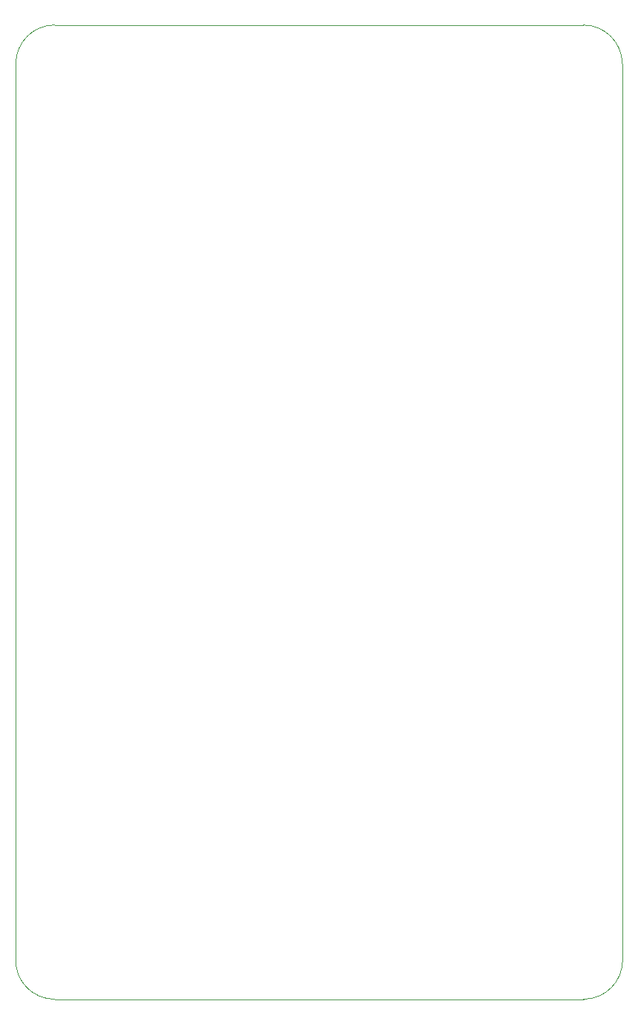
<source format=gbr>
%TF.GenerationSoftware,KiCad,Pcbnew,(6.0.4)*%
%TF.CreationDate,2022-05-16T19:34:58+01:00*%
%TF.ProjectId,Macropad v2,4d616372-6f70-4616-9420-76322e6b6963,rev?*%
%TF.SameCoordinates,Original*%
%TF.FileFunction,Profile,NP*%
%FSLAX46Y46*%
G04 Gerber Fmt 4.6, Leading zero omitted, Abs format (unit mm)*
G04 Created by KiCad (PCBNEW (6.0.4)) date 2022-05-16 19:34:58*
%MOMM*%
%LPD*%
G01*
G04 APERTURE LIST*
%TA.AperFunction,Profile*%
%ADD10C,0.100000*%
%TD*%
G04 APERTURE END LIST*
D10*
X171474903Y-157815403D02*
G75*
G03*
X175919903Y-153370405I-3J4445003D01*
G01*
X171474903Y-157815405D02*
X111093090Y-157815405D01*
X175887963Y-51108937D02*
G75*
G03*
X171442993Y-46663937I-4444963J37D01*
G01*
X111108197Y-46650993D02*
X171442993Y-46663937D01*
X106648090Y-153370405D02*
X106663197Y-51095993D01*
X111108197Y-46650997D02*
G75*
G03*
X106663197Y-51095993I3J-4445003D01*
G01*
X175919903Y-153370405D02*
X175887993Y-51108937D01*
X106648095Y-153370405D02*
G75*
G03*
X111093090Y-157815405I4445005J5D01*
G01*
M02*

</source>
